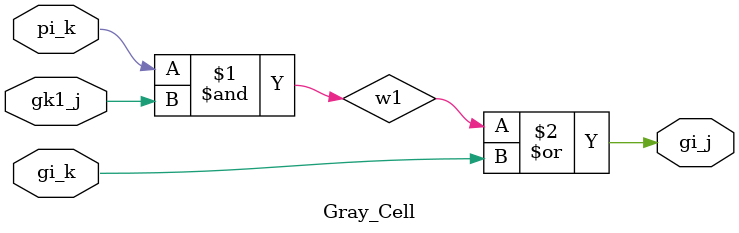
<source format=v>
`timescale 1ns / 1ps

module Gray_Cell(input gi_k, pi_k, gk1_j,output gi_j);
    wire w1;
    and a1(w1, pi_k, gk1_j);
    or o1(gi_j, w1, gi_k);
endmodule
</source>
